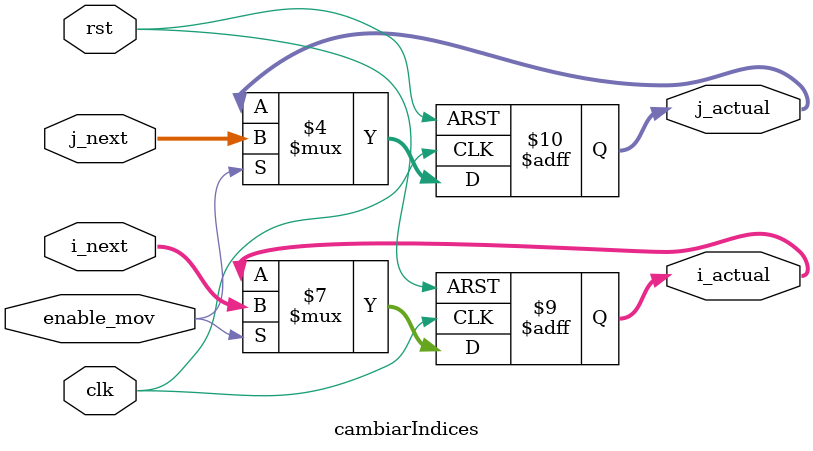
<source format=sv>
module cambiarIndices (
	input reg [2:0] i_next, j_next, input enable_mov, clk, rst,
	output reg [2:0] i_actual, j_actual
);

	always_ff @(negedge clk or negedge rst) begin
		if (!rst) begin
			i_actual = 0;
			j_actual = 0;
		end else if (enable_mov) begin
			i_actual = i_next;
			j_actual = j_next;
		end
	end

endmodule

</source>
